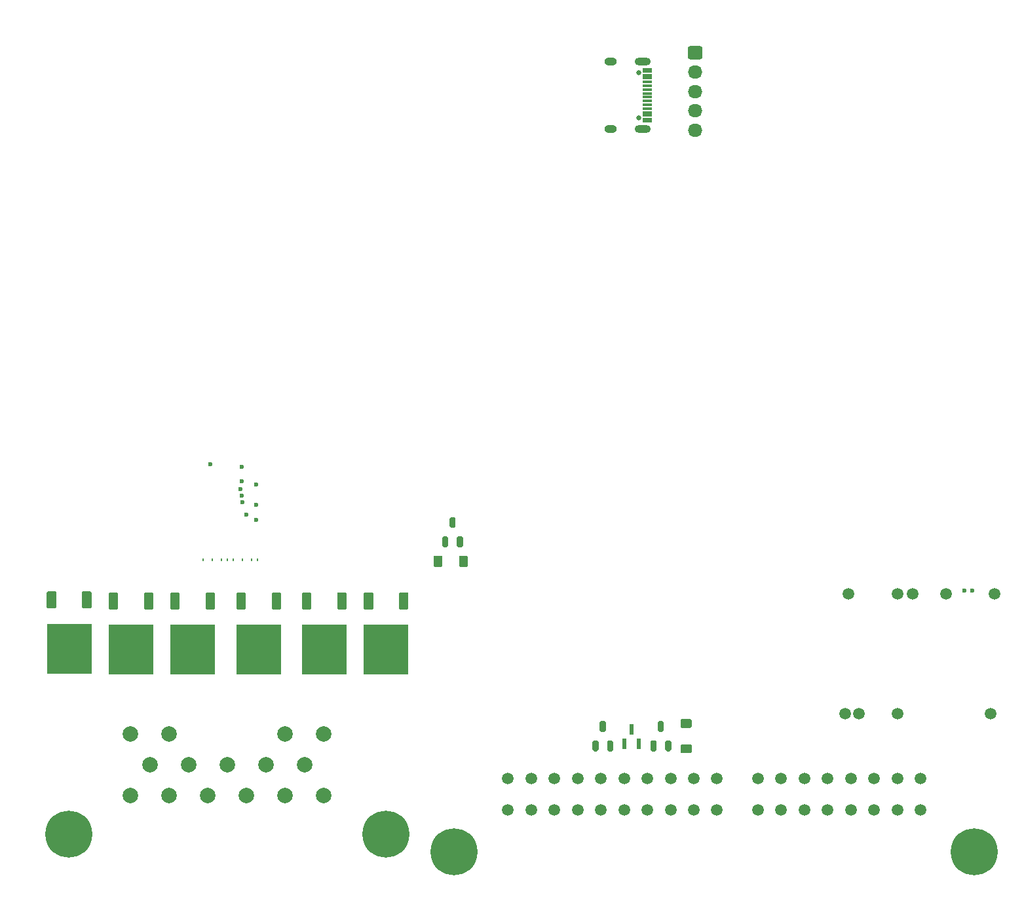
<source format=gts>
G04 #@! TF.GenerationSoftware,KiCad,Pcbnew,8.0.7-8.0.7-0~ubuntu24.04.1*
G04 #@! TF.CreationDate,2024-12-19T04:57:45+00:00*
G04 #@! TF.ProjectId,z31hellen,7a333168-656c-46c6-956e-2e6b69636164,rev?*
G04 #@! TF.SameCoordinates,Original*
G04 #@! TF.FileFunction,Soldermask,Top*
G04 #@! TF.FilePolarity,Negative*
%FSLAX46Y46*%
G04 Gerber Fmt 4.6, Leading zero omitted, Abs format (unit mm)*
G04 Created by KiCad (PCBNEW 8.0.7-8.0.7-0~ubuntu24.04.1) date 2024-12-19 04:57:45*
%MOMM*%
%LPD*%
G01*
G04 APERTURE LIST*
%ADD10R,5.800000X6.400000*%
%ADD11O,1.850000X1.700000*%
%ADD12C,0.650000*%
%ADD13R,1.150000X0.300000*%
%ADD14O,2.100000X1.000000*%
%ADD15O,1.600000X1.000000*%
%ADD16R,0.558800X1.320800*%
%ADD17O,0.200000X0.399999*%
%ADD18C,0.599999*%
%ADD19C,1.500000*%
%ADD20C,0.600000*%
%ADD21C,2.000000*%
%ADD22C,6.075000*%
G04 APERTURE END LIST*
G04 #@! TO.C,Q5*
G36*
G01*
X45750002Y41700005D02*
X46710002Y41700005D01*
G75*
G02*
X46830002Y41580005I0J-120000D01*
G01*
X46830002Y39620005D01*
G75*
G02*
X46710002Y39500005I-120000J0D01*
G01*
X45750002Y39500005D01*
G75*
G02*
X45630002Y39620005I0J120000D01*
G01*
X45630002Y41580005D01*
G75*
G02*
X45750002Y41700005I120000J0D01*
G01*
G37*
D10*
X43950002Y34300005D03*
G36*
G01*
X41190002Y41700005D02*
X42150002Y41700005D01*
G75*
G02*
X42270002Y41580005I0J-120000D01*
G01*
X42270002Y39620005D01*
G75*
G02*
X42150002Y39500005I-120000J0D01*
G01*
X41190002Y39500005D01*
G75*
G02*
X41070002Y39620005I0J120000D01*
G01*
X41070002Y41580005D01*
G75*
G02*
X41190002Y41700005I120000J0D01*
G01*
G37*
G04 #@! TD*
G04 #@! TO.C,Q3*
G36*
G01*
X104173502Y21163005D02*
X103776502Y21163005D01*
G75*
G02*
X103578002Y21361505I0J198500D01*
G01*
X103578002Y22378505D01*
G75*
G02*
X103776502Y22577005I198500J0D01*
G01*
X104173502Y22577005D01*
G75*
G02*
X104372002Y22378505I0J-198500D01*
G01*
X104372002Y21361505D01*
G75*
G02*
X104173502Y21163005I-198500J0D01*
G01*
G37*
G36*
G01*
X106073502Y21163005D02*
X105676502Y21163005D01*
G75*
G02*
X105478002Y21361505I0J198500D01*
G01*
X105478002Y22378505D01*
G75*
G02*
X105676502Y22577005I198500J0D01*
G01*
X106073502Y22577005D01*
G75*
G02*
X106272002Y22378505I0J-198500D01*
G01*
X106272002Y21361505D01*
G75*
G02*
X106073502Y21163005I-198500J0D01*
G01*
G37*
G36*
G01*
X105123502Y23673005D02*
X104726502Y23673005D01*
G75*
G02*
X104528002Y23871505I0J198500D01*
G01*
X104528002Y24888505D01*
G75*
G02*
X104726502Y25087005I198500J0D01*
G01*
X105123502Y25087005D01*
G75*
G02*
X105322002Y24888505I0J-198500D01*
G01*
X105322002Y23871505D01*
G75*
G02*
X105123502Y23673005I-198500J0D01*
G01*
G37*
G04 #@! TD*
G04 #@! TO.C,J2*
G36*
G01*
X116175000Y112350000D02*
X117525000Y112350000D01*
G75*
G02*
X117775000Y112100000I0J-250000D01*
G01*
X117775000Y110900000D01*
G75*
G02*
X117525000Y110650000I-250000J0D01*
G01*
X116175000Y110650000D01*
G75*
G02*
X115925000Y110900000I0J250000D01*
G01*
X115925000Y112100000D01*
G75*
G02*
X116175000Y112350000I250000J0D01*
G01*
G37*
D11*
X116850000Y109000000D03*
X116850000Y106500000D03*
X116850000Y104000000D03*
X116850000Y101500000D03*
G04 #@! TD*
G04 #@! TO.C,D1*
G36*
G01*
X115065402Y22045905D02*
X116284602Y22045905D01*
G75*
G02*
X116386602Y21943905I0J-102000D01*
G01*
X116386602Y21029505D01*
G75*
G02*
X116284602Y20927505I-102000J0D01*
G01*
X115065402Y20927505D01*
G75*
G02*
X114963402Y21029505I0J102000D01*
G01*
X114963402Y21943905D01*
G75*
G02*
X115065402Y22045905I102000J0D01*
G01*
G37*
G36*
G01*
X115065402Y25322505D02*
X116284602Y25322505D01*
G75*
G02*
X116386602Y25220505I0J-102000D01*
G01*
X116386602Y24306105D01*
G75*
G02*
X116284602Y24204105I-102000J0D01*
G01*
X115065402Y24204105D01*
G75*
G02*
X114963402Y24306105I0J102000D01*
G01*
X114963402Y25220505D01*
G75*
G02*
X115065402Y25322505I102000J0D01*
G01*
G37*
G04 #@! TD*
G04 #@! TO.C,Q4*
G36*
G01*
X37750002Y41850005D02*
X38710002Y41850005D01*
G75*
G02*
X38830002Y41730005I0J-120000D01*
G01*
X38830002Y39770005D01*
G75*
G02*
X38710002Y39650005I-120000J0D01*
G01*
X37750002Y39650005D01*
G75*
G02*
X37630002Y39770005I0J120000D01*
G01*
X37630002Y41730005D01*
G75*
G02*
X37750002Y41850005I120000J0D01*
G01*
G37*
D10*
X35950002Y34450005D03*
G36*
G01*
X33190002Y41850005D02*
X34150002Y41850005D01*
G75*
G02*
X34270002Y41730005I0J-120000D01*
G01*
X34270002Y39770005D01*
G75*
G02*
X34150002Y39650005I-120000J0D01*
G01*
X33190002Y39650005D01*
G75*
G02*
X33070002Y39770005I0J120000D01*
G01*
X33070002Y41730005D01*
G75*
G02*
X33190002Y41850005I120000J0D01*
G01*
G37*
G04 #@! TD*
D12*
G04 #@! TO.C,J3*
X109605000Y108890000D03*
X109605000Y103110000D03*
D13*
X110670000Y109350000D03*
X110670000Y108550000D03*
X110670000Y107250000D03*
X110670000Y106250000D03*
X110670000Y105750000D03*
X110670000Y104750000D03*
X110670000Y103450000D03*
X110670000Y102650000D03*
X110670000Y102950000D03*
X110670000Y103750000D03*
X110670000Y104250000D03*
X110670000Y105250000D03*
X110670000Y106750000D03*
X110670000Y107750000D03*
X110670000Y108250000D03*
X110670000Y109050000D03*
D14*
X110105000Y110320000D03*
D15*
X105925000Y110320000D03*
D14*
X110105000Y101680000D03*
D15*
X105925000Y101680000D03*
G04 #@! TD*
D16*
G04 #@! TO.C,U5*
X107675002Y22125005D03*
X109585000Y22125005D03*
X108630001Y24004605D03*
G04 #@! TD*
D17*
G04 #@! TO.C,M4*
X60304837Y45963524D03*
X59544858Y45963524D03*
X58369865Y45963524D03*
X57194878Y45963524D03*
X56354966Y45963524D03*
X55604894Y45963524D03*
X54429883Y45963524D03*
X53254886Y45963524D03*
D18*
X58294889Y56063131D03*
X60129899Y55638123D03*
X58079891Y55088126D03*
X58294886Y54213167D03*
X58369893Y53363144D03*
X60129899Y53038128D03*
X58819899Y51738161D03*
X60129899Y51088144D03*
X54204884Y58263147D03*
X58279890Y57963145D03*
G04 #@! TD*
G04 #@! TO.C,Q8*
G36*
G01*
X70700002Y41700005D02*
X71660002Y41700005D01*
G75*
G02*
X71780002Y41580005I0J-120000D01*
G01*
X71780002Y39620005D01*
G75*
G02*
X71660002Y39500005I-120000J0D01*
G01*
X70700002Y39500005D01*
G75*
G02*
X70580002Y39620005I0J120000D01*
G01*
X70580002Y41580005D01*
G75*
G02*
X70700002Y41700005I120000J0D01*
G01*
G37*
D10*
X68900002Y34300005D03*
G36*
G01*
X66140002Y41700005D02*
X67100002Y41700005D01*
G75*
G02*
X67220002Y41580005I0J-120000D01*
G01*
X67220002Y39620005D01*
G75*
G02*
X67100002Y39500005I-120000J0D01*
G01*
X66140002Y39500005D01*
G75*
G02*
X66020002Y39620005I0J120000D01*
G01*
X66020002Y41580005D01*
G75*
G02*
X66140002Y41700005I120000J0D01*
G01*
G37*
G04 #@! TD*
G04 #@! TO.C,Q9*
G36*
G01*
X78725002Y41700005D02*
X79685002Y41700005D01*
G75*
G02*
X79805002Y41580005I0J-120000D01*
G01*
X79805002Y39620005D01*
G75*
G02*
X79685002Y39500005I-120000J0D01*
G01*
X78725002Y39500005D01*
G75*
G02*
X78605002Y39620005I0J120000D01*
G01*
X78605002Y41580005D01*
G75*
G02*
X78725002Y41700005I120000J0D01*
G01*
G37*
X76925002Y34300005D03*
G36*
G01*
X74165002Y41700005D02*
X75125002Y41700005D01*
G75*
G02*
X75245002Y41580005I0J-120000D01*
G01*
X75245002Y39620005D01*
G75*
G02*
X75125002Y39500005I-120000J0D01*
G01*
X74165002Y39500005D01*
G75*
G02*
X74045002Y39620005I0J120000D01*
G01*
X74045002Y41580005D01*
G75*
G02*
X74165002Y41700005I120000J0D01*
G01*
G37*
G04 #@! TD*
G04 #@! TO.C,Q7*
G36*
G01*
X62250002Y41700005D02*
X63210002Y41700005D01*
G75*
G02*
X63330002Y41580005I0J-120000D01*
G01*
X63330002Y39620005D01*
G75*
G02*
X63210002Y39500005I-120000J0D01*
G01*
X62250002Y39500005D01*
G75*
G02*
X62130002Y39620005I0J120000D01*
G01*
X62130002Y41580005D01*
G75*
G02*
X62250002Y41700005I120000J0D01*
G01*
G37*
X60450002Y34300005D03*
G36*
G01*
X57690002Y41700005D02*
X58650002Y41700005D01*
G75*
G02*
X58770002Y41580005I0J-120000D01*
G01*
X58770002Y39620005D01*
G75*
G02*
X58650002Y39500005I-120000J0D01*
G01*
X57690002Y39500005D01*
G75*
G02*
X57570002Y39620005I0J120000D01*
G01*
X57570002Y41580005D01*
G75*
G02*
X57690002Y41700005I120000J0D01*
G01*
G37*
G04 #@! TD*
D19*
G04 #@! TO.C,M2*
X136650000Y41499997D03*
X143049997Y41499997D03*
X144950000Y41499997D03*
X149250000Y41499997D03*
D20*
X151649997Y41949996D03*
X152649998Y41949996D03*
D19*
X155500000Y41499997D03*
X136199998Y26000000D03*
X138049997Y26000000D03*
X143000000Y26000000D03*
X155049998Y26000000D03*
G04 #@! TD*
G04 #@! TO.C,Q6*
G36*
G01*
X53725002Y41700005D02*
X54685002Y41700005D01*
G75*
G02*
X54805002Y41580005I0J-120000D01*
G01*
X54805002Y39620005D01*
G75*
G02*
X54685002Y39500005I-120000J0D01*
G01*
X53725002Y39500005D01*
G75*
G02*
X53605002Y39620005I0J120000D01*
G01*
X53605002Y41580005D01*
G75*
G02*
X53725002Y41700005I120000J0D01*
G01*
G37*
D10*
X51925002Y34300005D03*
G36*
G01*
X49165002Y41700005D02*
X50125002Y41700005D01*
G75*
G02*
X50245002Y41580005I0J-120000D01*
G01*
X50245002Y39620005D01*
G75*
G02*
X50125002Y39500005I-120000J0D01*
G01*
X49165002Y39500005D01*
G75*
G02*
X49045002Y39620005I0J120000D01*
G01*
X49045002Y41580005D01*
G75*
G02*
X49165002Y41700005I120000J0D01*
G01*
G37*
G04 #@! TD*
G04 #@! TO.C,Q2*
G36*
G01*
X84748500Y47538000D02*
X84351500Y47538000D01*
G75*
G02*
X84153000Y47736500I0J198500D01*
G01*
X84153000Y48753500D01*
G75*
G02*
X84351500Y48952000I198500J0D01*
G01*
X84748500Y48952000D01*
G75*
G02*
X84947000Y48753500I0J-198500D01*
G01*
X84947000Y47736500D01*
G75*
G02*
X84748500Y47538000I-198500J0D01*
G01*
G37*
G36*
G01*
X86648500Y47538000D02*
X86251500Y47538000D01*
G75*
G02*
X86053000Y47736500I0J198500D01*
G01*
X86053000Y48753500D01*
G75*
G02*
X86251500Y48952000I198500J0D01*
G01*
X86648500Y48952000D01*
G75*
G02*
X86847000Y48753500I0J-198500D01*
G01*
X86847000Y47736500D01*
G75*
G02*
X86648500Y47538000I-198500J0D01*
G01*
G37*
G36*
G01*
X85698500Y50048000D02*
X85301500Y50048000D01*
G75*
G02*
X85103000Y50246500I0J198500D01*
G01*
X85103000Y51263500D01*
G75*
G02*
X85301500Y51462000I198500J0D01*
G01*
X85698500Y51462000D01*
G75*
G02*
X85897000Y51263500I0J-198500D01*
G01*
X85897000Y50246500D01*
G75*
G02*
X85698500Y50048000I-198500J0D01*
G01*
G37*
G04 #@! TD*
D19*
G04 #@! TO.C,Z1*
X92675002Y17624505D03*
X95675002Y17624505D03*
X98675002Y17624505D03*
X101675502Y17624505D03*
X104675002Y17624505D03*
X107675002Y17624505D03*
X110675002Y17624505D03*
X113675502Y17624505D03*
X116675502Y17624505D03*
X119675502Y17624505D03*
X92675002Y13624505D03*
X95675002Y13624505D03*
X98675002Y13624505D03*
X101675502Y13624505D03*
X104675002Y13624505D03*
X107675002Y13624505D03*
X110675002Y13624505D03*
X113675502Y13624505D03*
X116675502Y13624505D03*
X119675502Y13624505D03*
X124975002Y17624505D03*
X127975502Y17624505D03*
X130975002Y17624505D03*
X133975002Y17624505D03*
X136975502Y17624505D03*
X139975502Y17624505D03*
X142975502Y17624505D03*
X145975502Y17624505D03*
X124975002Y13624505D03*
X127975502Y13624505D03*
X130975002Y13624505D03*
X139975502Y13624505D03*
X142975502Y13624505D03*
X145975502Y13624505D03*
D21*
X43875002Y15425005D03*
X48875002Y15425005D03*
X53875002Y15425005D03*
X58875002Y15425005D03*
X63875002Y15425005D03*
X68875002Y15425005D03*
X46375002Y19425005D03*
X51375002Y19425005D03*
X56375002Y19425005D03*
X43875002Y23425005D03*
X48875002Y23425005D03*
X63875002Y23425005D03*
X68875002Y23425005D03*
X61375002Y19425005D03*
X66375002Y19425005D03*
D19*
X133975502Y13624505D03*
X136975502Y13624505D03*
D22*
X35875002Y10425005D03*
X76875002Y10425005D03*
X85725002Y8125005D03*
X152925002Y8125005D03*
G04 #@! TD*
G04 #@! TO.C,D2*
G36*
G01*
X84170900Y46359600D02*
X84170900Y45140400D01*
G75*
G02*
X84068900Y45038400I-102000J0D01*
G01*
X83154500Y45038400D01*
G75*
G02*
X83052500Y45140400I0J102000D01*
G01*
X83052500Y46359600D01*
G75*
G02*
X83154500Y46461600I102000J0D01*
G01*
X84068900Y46461600D01*
G75*
G02*
X84170900Y46359600I0J-102000D01*
G01*
G37*
G36*
G01*
X87447500Y46359600D02*
X87447500Y45140400D01*
G75*
G02*
X87345500Y45038400I-102000J0D01*
G01*
X86431100Y45038400D01*
G75*
G02*
X86329100Y45140400I0J102000D01*
G01*
X86329100Y46359600D01*
G75*
G02*
X86431100Y46461600I102000J0D01*
G01*
X87345500Y46461600D01*
G75*
G02*
X87447500Y46359600I0J-102000D01*
G01*
G37*
G04 #@! TD*
G04 #@! TO.C,Q1*
G36*
G01*
X111673502Y21163005D02*
X111276502Y21163005D01*
G75*
G02*
X111078002Y21361505I0J198500D01*
G01*
X111078002Y22378505D01*
G75*
G02*
X111276502Y22577005I198500J0D01*
G01*
X111673502Y22577005D01*
G75*
G02*
X111872002Y22378505I0J-198500D01*
G01*
X111872002Y21361505D01*
G75*
G02*
X111673502Y21163005I-198500J0D01*
G01*
G37*
G36*
G01*
X113573502Y21163005D02*
X113176502Y21163005D01*
G75*
G02*
X112978002Y21361505I0J198500D01*
G01*
X112978002Y22378505D01*
G75*
G02*
X113176502Y22577005I198500J0D01*
G01*
X113573502Y22577005D01*
G75*
G02*
X113772002Y22378505I0J-198500D01*
G01*
X113772002Y21361505D01*
G75*
G02*
X113573502Y21163005I-198500J0D01*
G01*
G37*
G36*
G01*
X112623502Y23673005D02*
X112226502Y23673005D01*
G75*
G02*
X112028002Y23871505I0J198500D01*
G01*
X112028002Y24888505D01*
G75*
G02*
X112226502Y25087005I198500J0D01*
G01*
X112623502Y25087005D01*
G75*
G02*
X112822002Y24888505I0J-198500D01*
G01*
X112822002Y23871505D01*
G75*
G02*
X112623502Y23673005I-198500J0D01*
G01*
G37*
G04 #@! TD*
M02*

</source>
